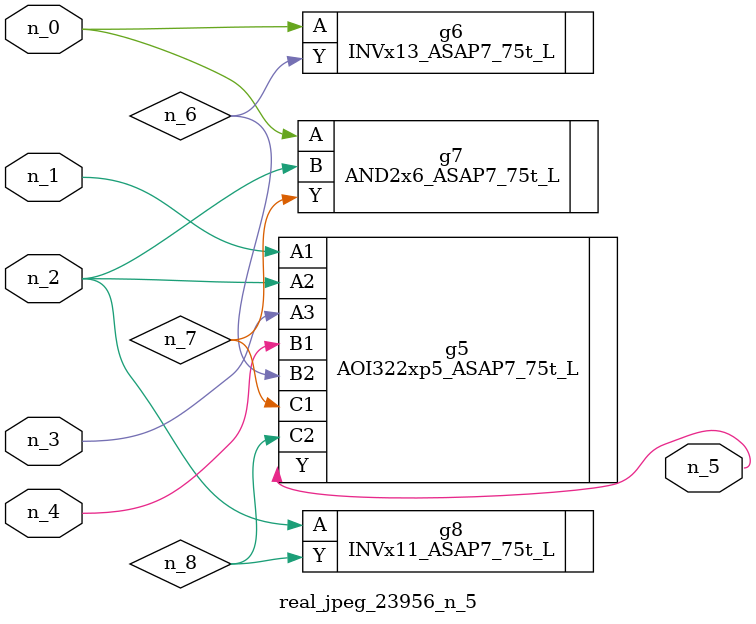
<source format=v>
module real_jpeg_23956_n_5 (n_4, n_0, n_1, n_2, n_3, n_5);

input n_4;
input n_0;
input n_1;
input n_2;
input n_3;

output n_5;

wire n_8;
wire n_6;
wire n_7;

INVx13_ASAP7_75t_L g6 ( 
.A(n_0),
.Y(n_6)
);

AND2x6_ASAP7_75t_L g7 ( 
.A(n_0),
.B(n_2),
.Y(n_7)
);

AOI322xp5_ASAP7_75t_L g5 ( 
.A1(n_1),
.A2(n_2),
.A3(n_3),
.B1(n_4),
.B2(n_6),
.C1(n_7),
.C2(n_8),
.Y(n_5)
);

INVx11_ASAP7_75t_L g8 ( 
.A(n_2),
.Y(n_8)
);


endmodule
</source>
